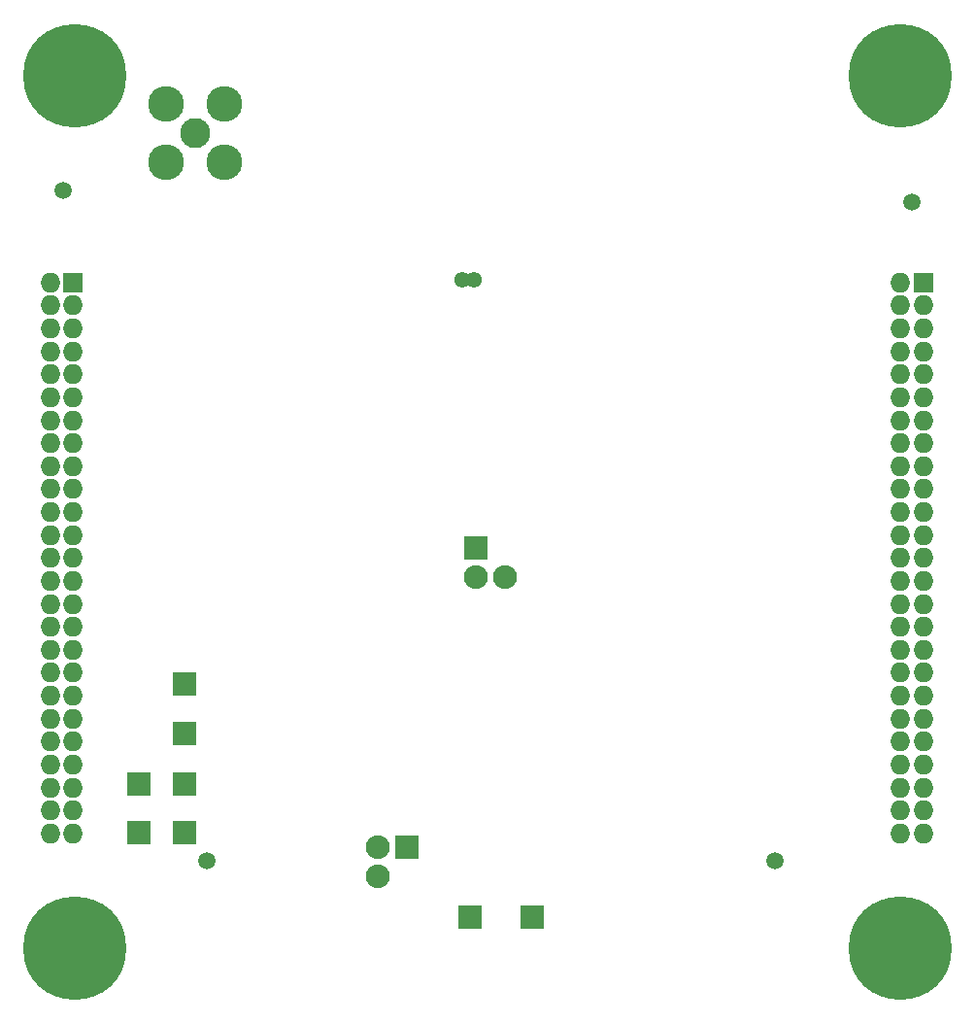
<source format=gbs>
G04 #@! TF.GenerationSoftware,KiCad,Pcbnew,(6.0.5)*
G04 #@! TF.CreationDate,2022-07-17T17:02:58+02:00*
G04 #@! TF.ProjectId,STS1_COBC_V2,53545331-5f43-44f4-9243-5f56322e6b69,rev?*
G04 #@! TF.SameCoordinates,Original*
G04 #@! TF.FileFunction,Soldermask,Bot*
G04 #@! TF.FilePolarity,Negative*
%FSLAX46Y46*%
G04 Gerber Fmt 4.6, Leading zero omitted, Abs format (unit mm)*
G04 Created by KiCad (PCBNEW (6.0.5)) date 2022-07-17 17:02:58*
%MOMM*%
%LPD*%
G01*
G04 APERTURE LIST*
G04 Aperture macros list*
%AMRoundRect*
0 Rectangle with rounded corners*
0 $1 Rounding radius*
0 $2 $3 $4 $5 $6 $7 $8 $9 X,Y pos of 4 corners*
0 Add a 4 corners polygon primitive as box body*
4,1,4,$2,$3,$4,$5,$6,$7,$8,$9,$2,$3,0*
0 Add four circle primitives for the rounded corners*
1,1,$1+$1,$2,$3*
1,1,$1+$1,$4,$5*
1,1,$1+$1,$6,$7*
1,1,$1+$1,$8,$9*
0 Add four rect primitives between the rounded corners*
20,1,$1+$1,$2,$3,$4,$5,0*
20,1,$1+$1,$4,$5,$6,$7,0*
20,1,$1+$1,$6,$7,$8,$9,0*
20,1,$1+$1,$8,$9,$2,$3,0*%
G04 Aperture macros list end*
%ADD10C,1.280000*%
%ADD11C,8.980000*%
%ADD12RoundRect,0.190000X-0.675000X-0.675000X0.675000X-0.675000X0.675000X0.675000X-0.675000X0.675000X0*%
%ADD13O,1.730000X1.730000*%
%ADD14RoundRect,0.190000X-0.850000X-0.850000X0.850000X-0.850000X0.850000X0.850000X-0.850000X0.850000X0*%
%ADD15RoundRect,0.190000X0.850000X-0.850000X0.850000X0.850000X-0.850000X0.850000X-0.850000X-0.850000X0*%
%ADD16O,2.080000X2.080000*%
%ADD17C,2.620000*%
%ADD18C,3.120000*%
%ADD19C,1.380000*%
%ADD20C,1.500000*%
G04 APERTURE END LIST*
D10*
X194912959Y-44019581D03*
X190352121Y-44019581D03*
X192632540Y-49525000D03*
X189407540Y-46300000D03*
D11*
X192632540Y-46300000D03*
D10*
X195857540Y-46300000D03*
X190352121Y-48580419D03*
X194912959Y-48580419D03*
X192632540Y-43075000D03*
X118352121Y-124580419D03*
X122912959Y-120019581D03*
X122912959Y-124580419D03*
X118352121Y-120019581D03*
X120632540Y-119075000D03*
D11*
X120632540Y-122300000D03*
D10*
X117407540Y-122300000D03*
X123857540Y-122300000D03*
X120632540Y-125525000D03*
X190352121Y-124580419D03*
X192632540Y-119075000D03*
D11*
X192632540Y-122300000D03*
D10*
X190352121Y-120019581D03*
X192632540Y-125525000D03*
X189407540Y-122300000D03*
X195857540Y-122300000D03*
X194912959Y-124580419D03*
X194912959Y-120019581D03*
D12*
X194632540Y-64300000D03*
D13*
X192632540Y-64300000D03*
X194632540Y-66300000D03*
X192632540Y-66300000D03*
X194632540Y-68300000D03*
X192632540Y-68300000D03*
X194632540Y-70300000D03*
X192632540Y-70300000D03*
X194632540Y-72300000D03*
X192632540Y-72300000D03*
X194632540Y-74300000D03*
X192632540Y-74300000D03*
X194632540Y-76300000D03*
X192632540Y-76300000D03*
X194632540Y-78300000D03*
X192632540Y-78300000D03*
X194632540Y-80300000D03*
X192632540Y-80300000D03*
X194632540Y-82300000D03*
X192632540Y-82300000D03*
X194632540Y-84300000D03*
X192632540Y-84300000D03*
X194632540Y-86300000D03*
X192632540Y-86300000D03*
X194632540Y-88300000D03*
X192632540Y-88300000D03*
X194632540Y-90300000D03*
X192632540Y-90300000D03*
X194632540Y-92300000D03*
X192632540Y-92300000D03*
X194632540Y-94300000D03*
X192632540Y-94300000D03*
X194632540Y-96300000D03*
X192632540Y-96300000D03*
X194632540Y-98300000D03*
X192632540Y-98300000D03*
X194632540Y-100300000D03*
X192632540Y-100300000D03*
X194632540Y-102300000D03*
X192632540Y-102300000D03*
X194632540Y-104300000D03*
X192632540Y-104300000D03*
X194632540Y-106300000D03*
X192632540Y-106300000D03*
X194632540Y-108300000D03*
X192632540Y-108300000D03*
X194632540Y-110300000D03*
X192632540Y-110300000D03*
X194632540Y-112300000D03*
X192632540Y-112300000D03*
D10*
X120632540Y-43075000D03*
X122912959Y-44019581D03*
X120632540Y-49525000D03*
X117407540Y-46300000D03*
X122912959Y-48580419D03*
X123857540Y-46300000D03*
X118352121Y-44019581D03*
X118352121Y-48580419D03*
D11*
X120632540Y-46300000D03*
D12*
X120500000Y-64300000D03*
D13*
X118500000Y-64300000D03*
X120500000Y-66300000D03*
X118500000Y-66300000D03*
X120500000Y-68300000D03*
X118500000Y-68300000D03*
X120500000Y-70300000D03*
X118500000Y-70300000D03*
X120500000Y-72300000D03*
X118500000Y-72300000D03*
X120500000Y-74300000D03*
X118500000Y-74300000D03*
X120500000Y-76300000D03*
X118500000Y-76300000D03*
X120500000Y-78300000D03*
X118500000Y-78300000D03*
X120500000Y-80300000D03*
X118500000Y-80300000D03*
X120500000Y-82300000D03*
X118500000Y-82300000D03*
X120500000Y-84300000D03*
X118500000Y-84300000D03*
X120500000Y-86300000D03*
X118500000Y-86300000D03*
X120500000Y-88300000D03*
X118500000Y-88300000D03*
X120500000Y-90300000D03*
X118500000Y-90300000D03*
X120500000Y-92300000D03*
X118500000Y-92300000D03*
X120500000Y-94300000D03*
X118500000Y-94300000D03*
X120500000Y-96300000D03*
X118500000Y-96300000D03*
X120500000Y-98300000D03*
X118500000Y-98300000D03*
X120500000Y-100300000D03*
X118500000Y-100300000D03*
X120500000Y-102300000D03*
X118500000Y-102300000D03*
X120500000Y-104300000D03*
X118500000Y-104300000D03*
X120500000Y-106300000D03*
X118500000Y-106300000D03*
X120500000Y-108300000D03*
X118500000Y-108300000D03*
X120500000Y-110300000D03*
X118500000Y-110300000D03*
X120500000Y-112300000D03*
X118500000Y-112300000D03*
D14*
X160532540Y-119600000D03*
X155132540Y-119600000D03*
D15*
X155592540Y-87460000D03*
D16*
X155632540Y-90000000D03*
X158172540Y-90000000D03*
D14*
X149562540Y-113465000D03*
D16*
X147022540Y-113505000D03*
X147022540Y-116045000D03*
D17*
X131132540Y-51300000D03*
D18*
X128592540Y-48760000D03*
X133672540Y-53840000D03*
X133672540Y-48760000D03*
X128592540Y-53840000D03*
D14*
X130232540Y-103600000D03*
X130232540Y-112200000D03*
D19*
X155465940Y-64100000D03*
X154399140Y-64100000D03*
D14*
X130232540Y-99300000D03*
X126232540Y-108000000D03*
X126232540Y-112200000D03*
X130232540Y-108000000D03*
D20*
X132122000Y-114690000D03*
X119632540Y-56300000D03*
X181652000Y-114690000D03*
X193632540Y-57300000D03*
M02*

</source>
